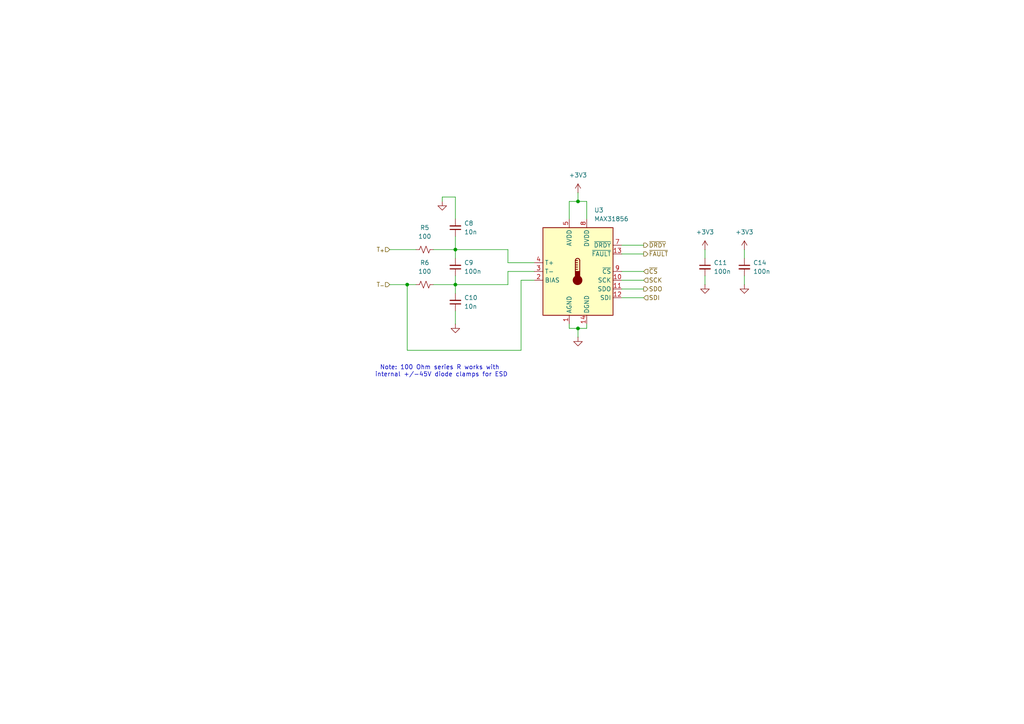
<source format=kicad_sch>
(kicad_sch (version 20250114) (generator "eeschema") (generator_version "9.0")
  (paper "A4")
  (lib_symbols
    (symbol "Device:C_Small" (pin_numbers (hide yes)) (pin_names (offset 0.254) (hide yes))
      (property "Reference" "C" (at 0.254 1.778 0))
      (property "Value" "C_Small" (at 0.254 -2.032 0))
      (symbol "C_Small_0_1"
        (polyline (pts (xy -1.524 0.508) (xy 1.524 0.508)) (stroke (width 0.3048)))
        (polyline (pts (xy -1.524 -0.508) (xy 1.524 -0.508)) (stroke (width 0.3302)))
      )
      (symbol "C_Small_1_1"
        (pin passive line (at 0 2.54 270) (length 2.032) (name "~") (number "1"))
        (pin passive line (at 0 -2.54 90) (length 2.032) (name "~") (number "2"))
      )
    )
    (symbol "Device:R_Small_US" (pin_numbers (hide yes)) (pin_names (offset 0.254) (hide yes))
      (property "Reference" "R" (at 0.762 0.508 0))
      (property "Value" "R_Small_US" (at 0.762 -1.016 0))
      (symbol "R_Small_US_1_1"
        (polyline (pts (xy 0 1.524) (xy 1.016 1.143) (xy 0 0.762) (xy -1.016 0.381) (xy 0 0)))
        (polyline (pts (xy 0 0) (xy 1.016 -0.381) (xy 0 -0.762) (xy -1.016 -1.143) (xy 0 -1.524)))
        (pin passive line (at 0 2.54 270) (length 1.016) (name "~") (number "1"))
        (pin passive line (at 0 -2.54 90) (length 1.016) (name "~") (number "2"))
      )
    )
    (symbol "Link_Components:MAX31856"
      (property "Reference" "U" (at -7.62 13.97 0))
      (property "Value" "MAX31856" (at 13.97 13.97 0))
      (symbol "MAX31856_0_1"
        (rectangle (start -10.16 12.7) (end 10.16 -12.7) (stroke (width 0.254)) (fill (type background)))
        (polyline (pts (xy -0.762 3.175) (xy -0.762 0)) (stroke (width 0.254)))
        (polyline (pts (xy -0.762 3.175) (xy -0.127 3.175)) (stroke (width 0.254)))
        (polyline (pts (xy -0.762 2.54) (xy -0.127 2.54)) (stroke (width 0.254)))
        (polyline (pts (xy -0.762 1.905) (xy -0.127 1.905)) (stroke (width 0.254)))
        (polyline (pts (xy -0.762 1.27) (xy -0.127 1.27)) (stroke (width 0.254)))
        (polyline (pts (xy -0.762 0.635) (xy -0.127 0.635)) (stroke (width 0.254)))
        (arc (start -0.762 3.175) (mid -0.127 3.8073) (end 0.508 3.175) (stroke (width 0.254)))
        (circle (center -0.127 -2.54) (radius 1.27) (stroke (width 0.254)) (fill (type outline)))
        (polyline (pts (xy 0.508 3.175) (xy 0.508 0)) (stroke (width 0.254)))
        (rectangle (start 0.508 -1.905) (end -0.762 0) (stroke (width 0.254)) (fill (type outline)))
      )
      (symbol "MAX31856_1_1"
        (pin input line (at -12.7 2.54 0) (length 2.54) (name "T+") (number "4"))
        (pin input line (at -12.7 0 0) (length 2.54) (name "T-") (number "3"))
        (pin input line (at -12.7 -2.54 0) (length 2.54) (name "BIAS") (number "2"))
        (pin no_connect line (at -10.16 -7.62 0) (length 2.54) (hide yes) (name "DNC") (number "6"))
        (pin power_in line (at -2.54 15.24 270) (length 2.54) (name "AVDD") (number "5"))
        (pin power_in line (at -2.54 -15.24 90) (length 2.54) (name "AGND") (number "1"))
        (pin power_in line (at 2.54 15.24 270) (length 2.54) (name "DVDD") (number "8"))
        (pin power_in line (at 2.54 -15.24 90) (length 2.54) (name "DGND") (number "14"))
        (pin output line (at 12.7 7.62 180) (length 2.54) (name "~{DRDY}") (number "7"))
        (pin output line (at 12.7 5.08 180) (length 2.54) (name "~{FAULT}") (number "13"))
        (pin input line (at 12.7 0 180) (length 2.54) (name "~{CS}") (number "9"))
        (pin input line (at 12.7 -2.54 180) (length 2.54) (name "SCK") (number "10"))
        (pin tri_state line (at 12.7 -5.08 180) (length 2.54) (name "SDO") (number "11"))
        (pin input line (at 12.7 -7.62 180) (length 2.54) (name "SDI") (number "12"))
      )
    )
    (symbol "power:+3V3" (power) (pin_numbers (hide yes)) (pin_names (offset 0) (hide yes))
      (property "Value" "+3V3" (at 0 3.556 0))
      (symbol "+3V3_0_1"
        (polyline (pts (xy -0.762 1.27) (xy 0 2.54)))
        (polyline (pts (xy 0 2.54) (xy 0.762 1.27)))
        (polyline (pts (xy 0 0) (xy 0 2.54)))
      )
      (symbol "+3V3_1_1"
        (pin power_in line (at 0 0 90) (length 0) (name "~") (number "1"))
      )
    )
    (symbol "power:GND" (power) (pin_numbers (hide yes)) (pin_names (offset 0) (hide yes))
      (property "Value" "GND" (at 0 -3.81 0))
      (symbol "GND_0_1"
        (polyline (pts (xy 0 0) (xy 0 -1.27) (xy 1.27 -1.27) (xy 0 -2.54) (xy -1.27 -1.27) (xy 0 -1.27)))
      )
      (symbol "GND_1_1"
        (pin power_in line (at 0 0 270) (length 0) (name "~") (number "1"))
      )
    )
  )
  (text "Note: 100 Ohm series R works with \ninternal +/-45V diode clamps for ESD" (at 128.016 107.696 0) (effects (font (size 1.27 1.27))))
  (junction (at 167.64 58.42))
  (junction (at 118.11 82.55))
  (junction (at 132.08 72.39))
  (junction (at 132.08 82.55))
  (junction (at 167.64 95.25))
  (wire (pts (xy 167.64 95.25) (xy 167.64 97.79)))
  (wire (pts (xy 132.08 82.55) (xy 132.08 85.09)))
  (wire (pts (xy 125.73 82.55) (xy 132.08 82.55)))
  (wire (pts (xy 215.9 72.39) (xy 215.9 74.93)))
  (wire (pts (xy 132.08 57.15) (xy 132.08 63.5)))
  (wire (pts (xy 180.34 83.82) (xy 186.69 83.82)))
  (wire (pts (xy 165.1 95.25) (xy 165.1 93.98)))
  (wire (pts (xy 151.13 81.28) (xy 154.94 81.28)))
  (wire (pts (xy 151.13 81.28) (xy 151.13 101.6)))
  (wire (pts (xy 118.11 101.6) (xy 118.11 82.55)))
  (wire (pts (xy 113.03 82.55) (xy 118.11 82.55)))
  (wire (pts (xy 118.11 82.55) (xy 120.65 82.55)))
  (wire (pts (xy 170.18 93.98) (xy 170.18 95.25)))
  (wire (pts (xy 147.32 82.55) (xy 132.08 82.55)))
  (wire (pts (xy 154.94 78.74) (xy 147.32 78.74)))
  (wire (pts (xy 167.64 58.42) (xy 165.1 58.42)))
  (wire (pts (xy 151.13 101.6) (xy 118.11 101.6)))
  (wire (pts (xy 170.18 58.42) (xy 167.64 58.42)))
  (wire (pts (xy 204.47 72.39) (xy 204.47 74.93)))
  (wire (pts (xy 125.73 72.39) (xy 132.08 72.39)))
  (wire (pts (xy 147.32 72.39) (xy 132.08 72.39)))
  (wire (pts (xy 167.64 95.25) (xy 165.1 95.25)))
  (wire (pts (xy 132.08 72.39) (xy 132.08 74.93)))
  (wire (pts (xy 113.03 72.39) (xy 120.65 72.39)))
  (wire (pts (xy 204.47 80.01) (xy 204.47 82.55)))
  (wire (pts (xy 147.32 76.2) (xy 147.32 72.39)))
  (wire (pts (xy 154.94 76.2) (xy 147.32 76.2)))
  (wire (pts (xy 128.27 57.15) (xy 132.08 57.15)))
  (wire (pts (xy 215.9 80.01) (xy 215.9 82.55)))
  (wire (pts (xy 132.08 80.01) (xy 132.08 82.55)))
  (wire (pts (xy 132.08 68.58) (xy 132.08 72.39)))
  (wire (pts (xy 132.08 90.17) (xy 132.08 93.98)))
  (wire (pts (xy 180.34 71.12) (xy 186.69 71.12)))
  (wire (pts (xy 165.1 58.42) (xy 165.1 63.5)))
  (wire (pts (xy 147.32 78.74) (xy 147.32 82.55)))
  (wire (pts (xy 180.34 73.66) (xy 186.69 73.66)))
  (wire (pts (xy 170.18 63.5) (xy 170.18 58.42)))
  (wire (pts (xy 128.27 58.42) (xy 128.27 57.15)))
  (wire (pts (xy 180.34 86.36) (xy 186.69 86.36)))
  (wire (pts (xy 180.34 81.28) (xy 186.69 81.28)))
  (wire (pts (xy 170.18 95.25) (xy 167.64 95.25)))
  (wire (pts (xy 167.64 55.88) (xy 167.64 58.42)))
  (wire (pts (xy 180.34 78.74) (xy 186.69 78.74)))
  (hierarchical_label "SCK" (shape input) (at 186.69 81.28 0))
  (hierarchical_label "~{DRDY}" (shape output) (at 186.69 71.12 0))
  (hierarchical_label "SDI" (shape input) (at 186.69 86.36 0))
  (hierarchical_label "T_{-}" (shape input) (at 113.03 82.55 180))
  (hierarchical_label "~{FAULT}" (shape output) (at 186.69 73.66 0))
  (hierarchical_label "T_{+}" (shape input) (at 113.03 72.39 180))
  (hierarchical_label "~{CS}" (shape input) (at 186.69 78.74 0))
  (hierarchical_label "SDO" (shape output) (at 186.69 83.82 0))
  (symbol (lib_id "Device:C_Small") (at 215.9 77.47 0) (unit 1)
    (property "Reference" "C13" (at 218.44 76.2062 0) (effects (justify left)))
    (property "Value" "100n" (at 218.44 78.7462 0) (effects (justify left)))
    (property "Footprint" "Capacitor_SMD:C_0603_1608Metric" (effects (hide yes)))
    (property "Description" "Unpolarized capacitor, small symbol" (effects (hide yes)))
    (property "LCSC" "C6119867" (effects (hide yes)))
    (property "MPN" "CGA0603X7R104K500JT" (effects (hide yes)))
    (instances (project "tc-link" (path "" (reference "C14") (unit 1)) (path "" (reference "C13") (unit 1))))
  )
  (symbol (lib_id "power:GND") (at 215.9 82.55 0) (unit 1)
    (property "Reference" "#PWR029" (effects (hide yes)))
    (property "Value" "GND" (effects (hide yes)))
    (property "Description" "Power symbol creates a global label with name \"GND\" , ground" (effects (hide yes)))
    (instances (project "tc-link" (path "" (reference "#PWR056") (unit 1)) (path "" (reference "#PWR029") (unit 1))))
  )
  (symbol (lib_id "power:+3V3") (at 204.47 72.39 0) (unit 1)
    (property "Reference" "#PWR040" (effects (hide yes)))
    (property "Value" "+3V3" (at 204.47 67.31 0))
    (property "Description" "Power symbol creates a global label with name \"+3V3\"" (effects (hide yes)))
    (instances (project "tc-link" (path "" (reference "#PWR046") (unit 1)) (path "" (reference "#PWR040") (unit 1))))
  )
  (symbol (lib_id "power:+3V3") (at 215.9 72.39 0) (unit 1)
    (property "Reference" "#PWR028" (effects (hide yes)))
    (property "Value" "+3V3" (at 215.9 67.31 0))
    (property "Description" "Power symbol creates a global label with name \"+3V3\"" (effects (hide yes)))
    (instances (project "tc-link" (path "" (reference "#PWR055") (unit 1)) (path "" (reference "#PWR028") (unit 1))))
  )
  (symbol (lib_id "power:GND") (at 204.47 82.55 0) (unit 1)
    (property "Reference" "#PWR041" (effects (hide yes)))
    (property "Value" "GND" (effects (hide yes)))
    (property "Description" "Power symbol creates a global label with name \"GND\" , ground" (effects (hide yes)))
    (instances (project "tc-link" (path "" (reference "#PWR047") (unit 1)) (path "" (reference "#PWR041") (unit 1))))
  )
  (symbol (lib_id "Device:C_Small") (at 132.08 77.47 180) (unit 1)
    (property "Reference" "C5" (at 134.62 76.1935 0) (effects (justify right)))
    (property "Value" "100n" (at 134.62 78.7335 0) (effects (justify right)))
    (property "Footprint" "Capacitor_SMD:C_0603_1608Metric" (effects (hide yes)))
    (property "Description" "Unpolarized capacitor, small symbol" (effects (hide yes)))
    (property "LCSC" "C6119867" (effects (hide yes)))
    (property "MPN" "CGA0603X7R104K500JT" (effects (hide yes)))
    (instances (project "tc-link" (path "" (reference "C9") (unit 1)) (path "" (reference "C5") (unit 1))))
  )
  (symbol (lib_id "Device:R_Small_US") (at 123.19 72.39 90) (unit 1)
    (property "Reference" "R3" (at 123.19 66.04 90))
    (property "Value" "100" (at 123.19 68.58 90))
    (property "Footprint" "Resistor_SMD:R_0603_1608Metric" (effects (hide yes)))
    (property "Description" "Resistor, small US symbol" (effects (hide yes)))
    (property "LCSC" "C22356621" (effects (hide yes)))
    (property "MPN" "RCA03100RJLF" (effects (hide yes)))
    (instances (project "tc-link" (path "" (reference "R5") (unit 1)) (path "" (reference "R3") (unit 1))))
  )
  (symbol (lib_id "Device:C_Small") (at 132.08 87.63 180) (unit 1)
    (property "Reference" "C6" (at 134.62 86.3535 0) (effects (justify right)))
    (property "Value" "10n" (at 134.62 88.8935 0) (effects (justify right)))
    (property "Footprint" "Capacitor_SMD:C_0603_1608Metric" (effects (hide yes)))
    (property "Description" "Unpolarized capacitor, small symbol" (effects (hide yes)))
    (property "LCSC" "C327204" (effects (hide yes)))
    (property "MPN" "CC0603KRX7R8BB103" (effects (hide yes)))
    (instances (project "tc-link" (path "" (reference "C10") (unit 1)) (path "" (reference "C6") (unit 1))))
  )
  (symbol (lib_id "Device:C_Small") (at 132.08 66.04 180) (unit 1)
    (property "Reference" "C4" (at 134.62 64.7635 0) (effects (justify right)))
    (property "Value" "10n" (at 134.62 67.3035 0) (effects (justify right)))
    (property "Footprint" "Capacitor_SMD:C_0603_1608Metric" (effects (hide yes)))
    (property "Description" "Unpolarized capacitor, small symbol" (effects (hide yes)))
    (property "LCSC" "C327204" (effects (hide yes)))
    (property "MPN" "CC0603KRX7R8BB103" (effects (hide yes)))
    (instances (project "tc-link" (path "" (reference "C8") (unit 1)) (path "" (reference "C4") (unit 1))))
  )
  (symbol (lib_id "Device:R_Small_US") (at 123.19 82.55 90) (unit 1)
    (property "Reference" "R4" (at 123.19 76.2 90))
    (property "Value" "100" (at 123.19 78.74 90))
    (property "Footprint" "Resistor_SMD:R_0603_1608Metric" (effects (hide yes)))
    (property "Description" "Resistor, small US symbol" (effects (hide yes)))
    (property "LCSC" "C22356621" (effects (hide yes)))
    (property "MPN" "RCA03100RJLF" (effects (hide yes)))
    (instances (project "tc-link" (path "" (reference "R6") (unit 1)) (path "" (reference "R4") (unit 1))))
  )
  (symbol (lib_id "power:GND") (at 128.27 58.42 0) (unit 1)
    (property "Reference" "#PWR036" (effects (hide yes)))
    (property "Value" "GND" (effects (hide yes)))
    (property "Description" "Power symbol creates a global label with name \"GND\" , ground" (effects (hide yes)))
    (instances (project "tc-link" (path "" (reference "#PWR042") (unit 1)) (path "" (reference "#PWR036") (unit 1))))
  )
  (symbol (lib_id "Link_Components:MAX31856") (at 167.64 78.74 0) (unit 1)
    (property "Reference" "U2" (at 172.3233 60.96 0) (effects (justify left)))
    (property "Value" "MAX31856" (at 172.3233 63.5 0) (effects (justify left)))
    (property "Footprint" "Package_SO:TSSOP-14_4.4x5mm_P0.65mm" (effects (hide yes)))
    (property "Datasheet" "https://datasheets.maximintegrated.com/en/ds/MAX31856.pdf" (effects (hide yes)))
    (property "Description" "Precision Thermocouple to Digital Converter with Linearization, TSSOP-14" (effects (hide yes)))
    (property "LCSC" "C2653162" (effects (hide yes)))
    (property "MPN" "MAX31856MUD+T" (effects (hide yes)))
    (instances (project "tc-link" (path "" (reference "U3") (unit 1)) (path "" (reference "U2") (unit 1))))
  )
  (symbol (lib_id "Device:C_Small") (at 204.47 77.47 0) (unit 1)
    (property "Reference" "C7" (at 207.01 76.2062 0) (effects (justify left)))
    (property "Value" "100n" (at 207.01 78.7462 0) (effects (justify left)))
    (property "Footprint" "Capacitor_SMD:C_0603_1608Metric" (effects (hide yes)))
    (property "Description" "Unpolarized capacitor, small symbol" (effects (hide yes)))
    (property "LCSC" "C6119867" (effects (hide yes)))
    (property "MPN" "CGA0603X7R104K500JT" (effects (hide yes)))
    (instances (project "tc-link" (path "" (reference "C11") (unit 1)) (path "" (reference "C7") (unit 1))))
  )
  (symbol (lib_id "power:GND") (at 132.08 93.98 0) (unit 1)
    (property "Reference" "#PWR037" (effects (hide yes)))
    (property "Value" "GND" (effects (hide yes)))
    (property "Description" "Power symbol creates a global label with name \"GND\" , ground" (effects (hide yes)))
    (instances (project "tc-link" (path "" (reference "#PWR043") (unit 1)) (path "" (reference "#PWR037") (unit 1))))
  )
  (symbol (lib_id "power:GND") (at 167.64 97.79 0) (unit 1)
    (property "Reference" "#PWR039" (effects (hide yes)))
    (property "Value" "GND" (effects (hide yes)))
    (property "Description" "Power symbol creates a global label with name \"GND\" , ground" (effects (hide yes)))
    (instances (project "tc-link" (path "" (reference "#PWR045") (unit 1)) (path "" (reference "#PWR039") (unit 1))))
  )
  (symbol (lib_id "power:+3V3") (at 167.64 55.88 0) (unit 1)
    (property "Reference" "#PWR038" (effects (hide yes)))
    (property "Value" "+3V3" (at 167.64 50.8 0))
    (property "Description" "Power symbol creates a global label with name \"+3V3\"" (effects (hide yes)))
    (instances (project "tc-link" (path "" (reference "#PWR044") (unit 1)) (path "" (reference "#PWR038") (unit 1))))
  )
)
</source>
